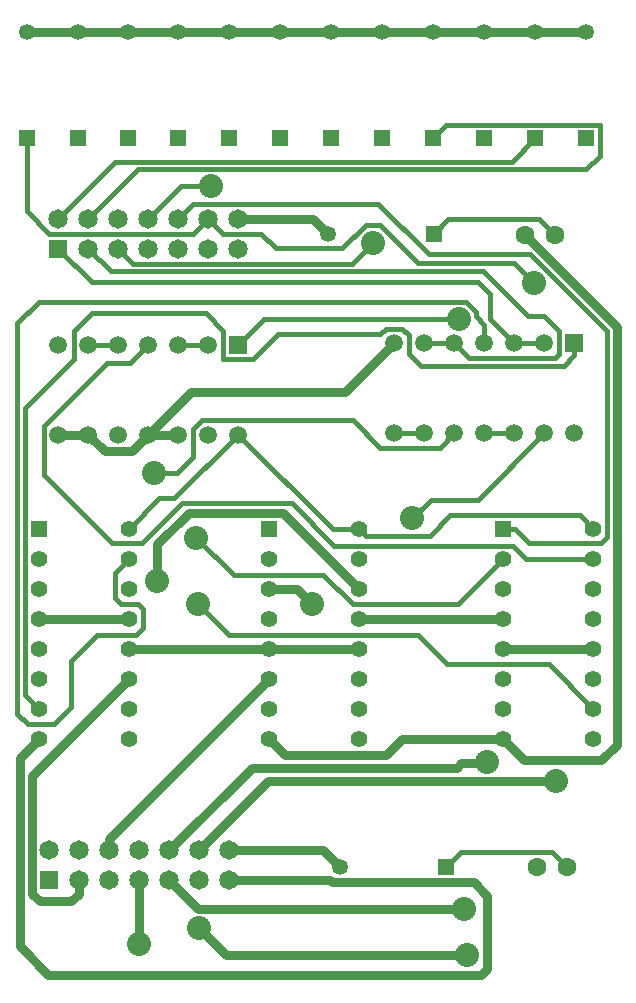
<source format=gbr>
%TF.GenerationSoftware,Altium Limited,Altium Designer,22.9.1 (49)*%
G04 Layer_Physical_Order=2*
G04 Layer_Color=16711680*
%FSLAX26Y26*%
%MOIN*%
%TF.SameCoordinates,9A4C5482-B669-49D6-A5E7-2A43E7F29E9E*%
%TF.FilePolarity,Positive*%
%TF.FileFunction,Copper,L2,Bot,Signal*%
%TF.Part,Single*%
G01*
G75*
%TA.AperFunction,Conductor*%
%ADD10C,0.030000*%
%ADD11C,0.015000*%
%TA.AperFunction,ComponentPad*%
%ADD12R,0.053150X0.053150*%
%ADD13C,0.053150*%
%ADD14C,0.055118*%
%ADD15R,0.055118X0.055118*%
%ADD16C,0.059055*%
%ADD17R,0.059055X0.059055*%
%ADD18C,0.062992*%
%ADD19R,0.053150X0.053150*%
%ADD20C,0.064961*%
%ADD21R,0.064961X0.064961*%
%TA.AperFunction,ViaPad*%
%ADD22C,0.080000*%
D10*
X2643000Y2245000D02*
X2658000Y2260000D01*
X2738000D02*
X2743000Y2265000D01*
X1960000Y2245000D02*
X2643000D01*
X1785000Y1970000D02*
X2015000Y2200000D01*
X2658000Y2260000D02*
X2738000D01*
X2015000Y2200000D02*
X2975000D01*
X3125000Y2270000D02*
X3176222Y2321222D01*
X2460991Y2340000D02*
X2798662D01*
X2408432Y2287441D02*
X2460991Y2340000D01*
X1685000Y1970000D02*
X1960000Y2245000D01*
X2798662Y2340000D02*
X2868662Y2270000D01*
X2018202Y2340000D02*
X2070761Y2287441D01*
X2408432D01*
X2868662Y2270000D02*
X3125000D01*
X2870000Y4020000D02*
X3176222Y3713778D01*
Y2321222D02*
Y3713778D01*
X1915000Y4075000D02*
X2162834D01*
X2212834Y4025000D01*
X2271488Y3496488D02*
X2435000Y3660000D01*
X1756488Y3496488D02*
X2271488D01*
X1615000Y3355000D02*
X1756488Y3496488D01*
X1415000Y3355000D02*
X1470000Y3300000D01*
X1560000D01*
X1615000Y3355000D01*
X1385000Y1825000D02*
Y1870000D01*
X1359000Y1799000D02*
X1385000Y1825000D01*
X1253000Y1799000D02*
X1359000D01*
X1227000Y1825000D02*
X1253000Y1799000D01*
X1227000Y1825000D02*
Y2217000D01*
X1550000Y2540000D01*
X2018202Y2840000D02*
X2112000D01*
X2162000Y2790000D01*
X1645502Y2866502D02*
Y2988904D01*
X1749598Y3093000D01*
X2065202D01*
X2318202Y2840000D01*
X1780000Y1775000D02*
X2668000D01*
X1685000Y1870000D02*
X1780000Y1775000D01*
X1785000Y1710000D02*
X1874000Y1621000D01*
X2679000D01*
X1585000Y1656000D02*
Y1870000D01*
X1885000D02*
X2220000D01*
X2227000Y1863000D01*
X2700000D01*
X2744370Y1818630D01*
Y1574552D02*
Y1818630D01*
X2725000Y1555182D02*
X2744370Y1574552D01*
X1281818Y1555182D02*
X2725000D01*
X1187000Y1650000D02*
X1281818Y1555182D01*
X1187000Y1650000D02*
Y2277000D01*
X1250000Y2340000D01*
X1485000Y1970000D02*
Y2006798D01*
X2018202Y2540000D01*
X1885000Y1970000D02*
X2197834D01*
X2252834Y1915000D01*
X1885000Y4697166D02*
X2055000D01*
X1715000D02*
X1885000D01*
X1210808D02*
X1380740D01*
X1546592D02*
X1715000D01*
X1380740D02*
X1546592D01*
X2735000D02*
X2905000D01*
X3075000D01*
X2055000D02*
X2225000D01*
X2565000D02*
X2735000D01*
X2225000D02*
X2395000D01*
X2565000D01*
X1615000Y3355000D02*
X1715000D01*
X1315000D02*
X1415000D01*
X2798662Y2640000D02*
X3098662D01*
X2018202D02*
X2318202D01*
Y2740000D02*
X2798662D01*
X1250000D02*
X1550000D01*
Y2640000D02*
X2018202D01*
D11*
X2318202Y3040000D02*
X2339344Y3018858D01*
X2553000D01*
X2620142Y3086000D01*
X3052662D01*
X3098662Y3040000D01*
X2607166Y1915000D02*
X2656166Y1964000D01*
X2961000D01*
X3010000Y1915000D01*
X2567166Y4025000D02*
X2615166Y4073000D01*
X2917000D01*
X2970000Y4020000D01*
X2294018Y3925018D02*
X2363000Y3994000D01*
X1564982Y3925018D02*
X2294018D01*
X1515000Y3975000D02*
X1564982Y3925018D01*
X2798662Y3040000D02*
X2838782D01*
X2884782Y2994000D01*
X3125222D01*
X3143722Y3012500D01*
Y3699278D01*
X2887000Y3956000D02*
X3143722Y3699278D01*
X2550000Y3956000D02*
X2887000D01*
X2381018Y4124982D02*
X2550000Y3956000D01*
X1764982Y4124982D02*
X2381018D01*
X1715000Y4075000D02*
X1764982Y4124982D01*
X1781000Y2790000D02*
X1885000Y2686000D01*
X2513000D01*
X2610000Y2589000D01*
X2949662D01*
X3098662Y2440000D01*
X1815000Y4075000D02*
X1865000Y4025000D01*
X1991000D01*
X2040000Y3976000D01*
X2262500D01*
X2339500Y4053000D01*
X2386000D01*
X2513094Y3925906D01*
X2834094D01*
X2900000Y3860000D01*
X2875000Y2940000D02*
X3098662D01*
X2829940Y2985060D02*
X2875000Y2940000D01*
X2233940Y2985060D02*
X2829940D01*
X2093000Y3126000D02*
X2233940Y2985060D01*
X1727000Y3126000D02*
X2093000D01*
X1595000Y2994000D02*
X1727000Y3126000D01*
X1495000Y2994000D02*
X1595000D01*
X1267000Y3222000D02*
X1495000Y2994000D01*
X1267000Y3222000D02*
Y3383000D01*
X1479000Y3595000D01*
X1555000D01*
X1615000Y3655000D01*
X2495000Y3077000D02*
X2556000Y3138000D01*
X2713000D01*
X2935000Y3360000D01*
X1702504Y3142504D02*
X1915000Y3355000D01*
X1652504Y3142504D02*
X1702504D01*
X1550000Y3040000D02*
X1652504Y3142504D01*
X1775000Y3012000D02*
X1900000Y2887000D01*
X2199000D01*
X2296000Y2790000D01*
X2648662D01*
X2798662Y2940000D01*
X1634000Y3226000D02*
X1710000D01*
X1765000Y3281000D01*
Y3375000D01*
X1793000Y3403000D01*
X2297000D01*
X2388000Y3312000D01*
X2587000D01*
X2635000Y3360000D01*
X1315000Y3975000D02*
X1427000Y3863000D01*
X2713280D01*
X2753780Y3822500D01*
Y3741220D02*
Y3822500D01*
Y3741220D02*
X2835000Y3660000D01*
X2635000D02*
X2683000Y3612000D01*
X2970000D01*
X2983000Y3625000D01*
Y3700000D01*
X2933000Y3750000D02*
X2983000Y3700000D01*
X2880916Y3750000D02*
X2933000D01*
X2730898Y3900018D02*
X2880916Y3750000D01*
X1489982Y3900018D02*
X2730898D01*
X1415000Y3975000D02*
X1489982Y3900018D01*
X1504000Y2894000D02*
X1550000Y2940000D01*
X1504000Y2811000D02*
Y2894000D01*
Y2811000D02*
X1525000Y2790000D01*
X1581000D01*
X1596000Y2775000D01*
Y2709000D02*
Y2775000D01*
X1575000Y2688000D02*
X1596000Y2709000D01*
X1445000Y2688000D02*
X1575000D01*
X1357000Y2600000D02*
X1445000Y2688000D01*
X1357000Y2447000D02*
Y2600000D01*
X1300000Y2390000D02*
X1357000Y2447000D01*
X1214000Y2390000D02*
X1300000D01*
X1179000Y2425000D02*
X1214000Y2390000D01*
X1179000Y2425000D02*
Y3727000D01*
X1250000Y3798000D01*
X2674500D01*
X2707000Y3765500D01*
Y3750000D02*
Y3765500D01*
Y3750000D02*
X2735000Y3722000D01*
Y3660000D02*
Y3722000D01*
X1204000Y2486000D02*
X1250000Y2440000D01*
X1204000Y2486000D02*
Y3444000D01*
X1367000Y3607000D01*
Y3700000D01*
X1426000Y3759000D01*
X1806000D01*
X1865000Y3700000D01*
Y3607000D02*
Y3700000D01*
Y3607000D02*
X1963000D01*
X2046000Y3690000D01*
X2388000D01*
X2406000Y3708000D01*
X2462500D01*
X2483000Y3687500D01*
Y3625000D02*
Y3687500D01*
Y3625000D02*
X2524000Y3584000D01*
X3000000D01*
X3035000Y3619000D01*
Y3660000D01*
X2230000Y3040000D02*
X2318202D01*
X1915000Y3355000D02*
X2230000Y3040000D01*
X1915000Y3655000D02*
X2000000Y3740000D01*
X2650000D01*
X1723000Y4183000D02*
X1823000D01*
X1615000Y4075000D02*
X1723000Y4183000D01*
X1415000Y4075000D02*
X1580500Y4240500D01*
X3075000D01*
X3120000Y4285500D01*
Y4386000D01*
X3119000Y4387000D02*
X3120000Y4386000D01*
X2609166Y4387000D02*
X3119000D01*
X2565000Y4342834D02*
X2609166Y4387000D01*
X1315000Y4075000D02*
X1505500Y4265500D01*
X2827666D01*
X2905000Y4342834D01*
X1210808Y4100000D02*
Y4342834D01*
Y4100000D02*
X1285808Y4025000D01*
X1765000D01*
X1815000Y4075000D01*
X2835000Y3660000D02*
X2935000D01*
X2535000D02*
X2635000D01*
X2435000Y3360000D02*
X2535000D01*
X2735000D02*
X2835000D01*
X1715000Y3655000D02*
X1815000D01*
X1415000D02*
X1515000D01*
D12*
X3075000Y4342834D02*
D03*
X2905000D02*
D03*
X2735000D02*
D03*
X2565000D02*
D03*
X2395000D02*
D03*
X2225000D02*
D03*
X2055000D02*
D03*
X1885000D02*
D03*
X1715000D02*
D03*
X1546592D02*
D03*
X1380740D02*
D03*
X1210808D02*
D03*
D13*
X3075000Y4697166D02*
D03*
X2905000D02*
D03*
X2735000D02*
D03*
X2565000D02*
D03*
X2395000D02*
D03*
X2225000D02*
D03*
X2055000D02*
D03*
X1885000D02*
D03*
X1715000D02*
D03*
X1546592D02*
D03*
X1380740D02*
D03*
X1210808D02*
D03*
X2252834Y1915000D02*
D03*
X2212834Y4025000D02*
D03*
D14*
X1550000Y2340000D02*
D03*
Y2440000D02*
D03*
Y2540000D02*
D03*
Y2640000D02*
D03*
Y2740000D02*
D03*
Y2840000D02*
D03*
Y2940000D02*
D03*
Y3040000D02*
D03*
X1250000Y2340000D02*
D03*
Y2440000D02*
D03*
Y2540000D02*
D03*
Y2640000D02*
D03*
Y2740000D02*
D03*
Y2840000D02*
D03*
Y2940000D02*
D03*
X2318202Y2340000D02*
D03*
Y2440000D02*
D03*
Y2540000D02*
D03*
Y2640000D02*
D03*
Y2740000D02*
D03*
Y2840000D02*
D03*
Y2940000D02*
D03*
Y3040000D02*
D03*
X2018202Y2340000D02*
D03*
Y2440000D02*
D03*
Y2540000D02*
D03*
Y2640000D02*
D03*
Y2740000D02*
D03*
Y2840000D02*
D03*
Y2940000D02*
D03*
X3098662Y2340000D02*
D03*
Y2440000D02*
D03*
Y2540000D02*
D03*
Y2640000D02*
D03*
Y2740000D02*
D03*
Y2840000D02*
D03*
Y2940000D02*
D03*
Y3040000D02*
D03*
X2798662Y2340000D02*
D03*
Y2440000D02*
D03*
Y2540000D02*
D03*
Y2640000D02*
D03*
Y2740000D02*
D03*
Y2840000D02*
D03*
Y2940000D02*
D03*
D15*
X1250000Y3040000D02*
D03*
X2018202D02*
D03*
X2798662D02*
D03*
D16*
X2435000Y3360000D02*
D03*
X2535000D02*
D03*
X2635000D02*
D03*
X2735000D02*
D03*
X2835000D02*
D03*
X2935000D02*
D03*
X3035000D02*
D03*
X2435000Y3660000D02*
D03*
X2535000D02*
D03*
X2635000D02*
D03*
X2735000D02*
D03*
X2835000D02*
D03*
X2935000D02*
D03*
X1315000Y3355000D02*
D03*
X1415000D02*
D03*
X1515000D02*
D03*
X1615000D02*
D03*
X1715000D02*
D03*
X1815000D02*
D03*
X1915000D02*
D03*
X1315000Y3655000D02*
D03*
X1415000D02*
D03*
X1515000D02*
D03*
X1615000D02*
D03*
X1715000D02*
D03*
X1815000D02*
D03*
D17*
X3035000Y3660000D02*
D03*
X1915000Y3655000D02*
D03*
D18*
X3010000Y1915000D02*
D03*
X2910000D02*
D03*
X2970000Y4020000D02*
D03*
X2870000D02*
D03*
D19*
X2607166Y1915000D02*
D03*
X2567166Y4025000D02*
D03*
D20*
X1615000Y4075000D02*
D03*
Y3975000D02*
D03*
X1515000Y4075000D02*
D03*
Y3975000D02*
D03*
X1315000Y4075000D02*
D03*
X1415000Y3975000D02*
D03*
Y4075000D02*
D03*
X1715000Y3975000D02*
D03*
Y4075000D02*
D03*
X1815000Y3975000D02*
D03*
X1915000D02*
D03*
X1815000Y4075000D02*
D03*
X1915000D02*
D03*
X1585000Y1970000D02*
D03*
Y1870000D02*
D03*
X1485000Y1970000D02*
D03*
Y1870000D02*
D03*
X1285000Y1970000D02*
D03*
X1385000Y1870000D02*
D03*
Y1970000D02*
D03*
X1685000Y1870000D02*
D03*
Y1970000D02*
D03*
X1785000Y1870000D02*
D03*
X1885000D02*
D03*
X1785000Y1970000D02*
D03*
X1885000D02*
D03*
D21*
X1315000Y3975000D02*
D03*
X1285000Y1870000D02*
D03*
D22*
X2975000Y2200000D02*
D03*
X2743000Y2265000D02*
D03*
X2363000Y3994000D02*
D03*
X1781000Y2790000D02*
D03*
X2900000Y3860000D02*
D03*
X2162000Y2790000D02*
D03*
X1645502Y2866502D02*
D03*
X2668000Y1775000D02*
D03*
X1785000Y1710000D02*
D03*
X2679000Y1621000D02*
D03*
X2495000Y3077000D02*
D03*
X1775000Y3012000D02*
D03*
X1634000Y3226000D02*
D03*
X2650000Y3740000D02*
D03*
X1823000Y4183000D02*
D03*
X1585000Y1656000D02*
D03*
%TF.MD5,7748f6a1d2b751787bc0b4b169bbdcd8*%
M02*

</source>
